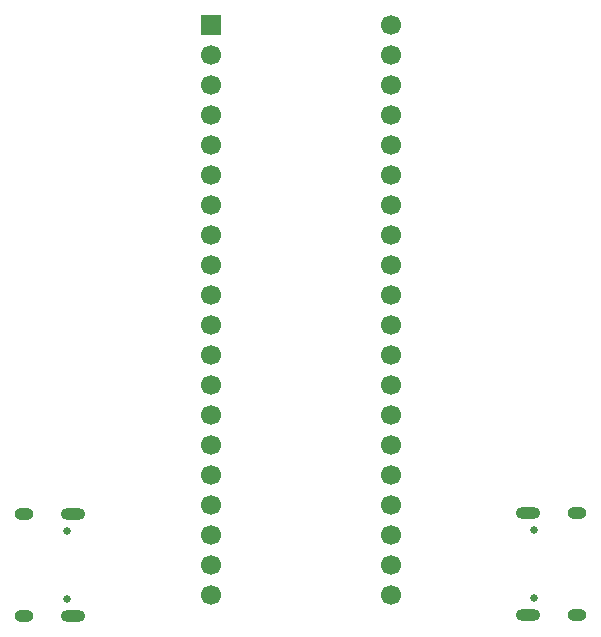
<source format=gbs>
G04 #@! TF.GenerationSoftware,KiCad,Pcbnew,(5.1.10-1-10_14)*
G04 #@! TF.CreationDate,2021-07-13T22:04:03-07:00*
G04 #@! TF.ProjectId,Synapse,53796e61-7073-4652-9e6b-696361645f70,rev?*
G04 #@! TF.SameCoordinates,Original*
G04 #@! TF.FileFunction,Soldermask,Bot*
G04 #@! TF.FilePolarity,Negative*
%FSLAX46Y46*%
G04 Gerber Fmt 4.6, Leading zero omitted, Abs format (unit mm)*
G04 Created by KiCad (PCBNEW (5.1.10-1-10_14)) date 2021-07-13 22:04:03*
%MOMM*%
%LPD*%
G01*
G04 APERTURE LIST*
%ADD10C,1.700000*%
%ADD11R,1.700000X1.700000*%
%ADD12O,1.600000X1.000000*%
%ADD13C,0.650000*%
%ADD14O,2.100000X1.000000*%
G04 APERTURE END LIST*
D10*
X165240000Y-35000000D03*
D11*
X150000000Y-35000000D03*
D10*
X165240000Y-37540000D03*
X150000000Y-37540000D03*
X165240000Y-40080000D03*
X150000000Y-40080000D03*
X165240000Y-42620000D03*
X150000000Y-42620000D03*
X165240000Y-45160000D03*
X150000000Y-45160000D03*
X165240000Y-47700000D03*
X150000000Y-47700000D03*
X165240000Y-50240000D03*
X150000000Y-50240000D03*
X165240000Y-52780000D03*
X150000000Y-52780000D03*
X165240000Y-55320000D03*
X150000000Y-55320000D03*
X165240000Y-57860000D03*
X150000000Y-57860000D03*
X165240000Y-60400000D03*
X150000000Y-60400000D03*
X165240000Y-62940000D03*
X150000000Y-62940000D03*
X165240000Y-65480000D03*
X150000000Y-65480000D03*
X165240000Y-68020000D03*
X150000000Y-68020000D03*
X165240000Y-70560000D03*
X150000000Y-70560000D03*
X165240000Y-73100000D03*
X150000000Y-73100000D03*
X165240000Y-75640000D03*
X150000000Y-75640000D03*
X165240000Y-78180000D03*
X150000000Y-78180000D03*
X165240000Y-80720000D03*
X150000000Y-80720000D03*
X165240000Y-83260000D03*
X150000000Y-83260000D03*
D12*
X134179600Y-85041200D03*
D13*
X137829600Y-83611200D03*
D12*
X134179600Y-76401200D03*
D13*
X137829600Y-77831200D03*
D14*
X138359600Y-76401200D03*
X138359600Y-85041200D03*
X176854400Y-76350400D03*
X176854400Y-84990400D03*
D13*
X177384400Y-83560400D03*
D12*
X181034400Y-84990400D03*
D13*
X177384400Y-77780400D03*
D12*
X181034400Y-76350400D03*
M02*

</source>
